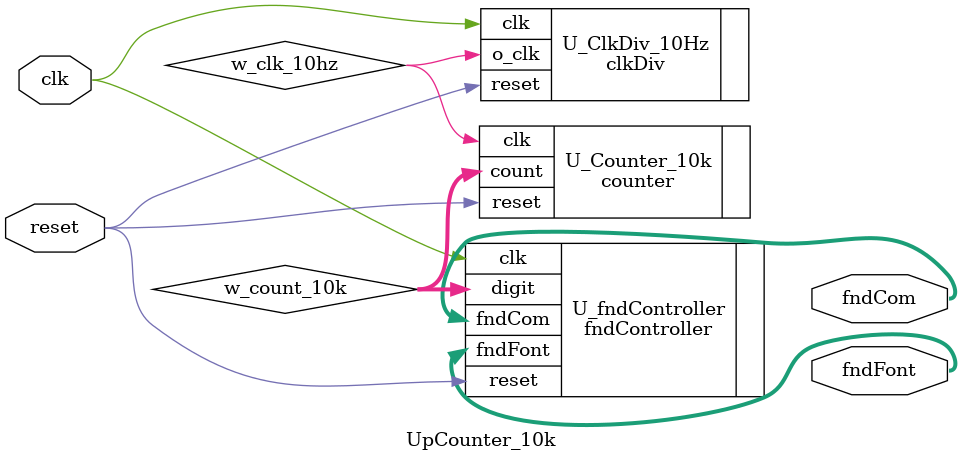
<source format=v>
`timescale 1ns / 1ps

module UpCounter_10k (
    input clk,
    input reset,
    output [3:0] fndCom,
    output [7:0] fndFont
);
    wire w_clk_10hz;
    wire [13:0] w_count_10k;

    clkDiv #(.MAX_COUNT(10_000_000)) U_ClkDiv_10Hz (
        .clk  (clk),
        .reset(reset),
        .o_clk(w_clk_10hz)
    );

    counter #(.MAX_COUNT(10_000)) U_Counter_10k (
        .clk  (w_clk_10hz),
        .reset(reset),
        .count(w_count_10k)
    );

    fndController U_fndController (
        .clk(clk),
        .reset(reset),
        .digit(w_count_10k),
        .fndFont(fndFont),
        .fndCom(fndCom)
    );
endmodule

</source>
